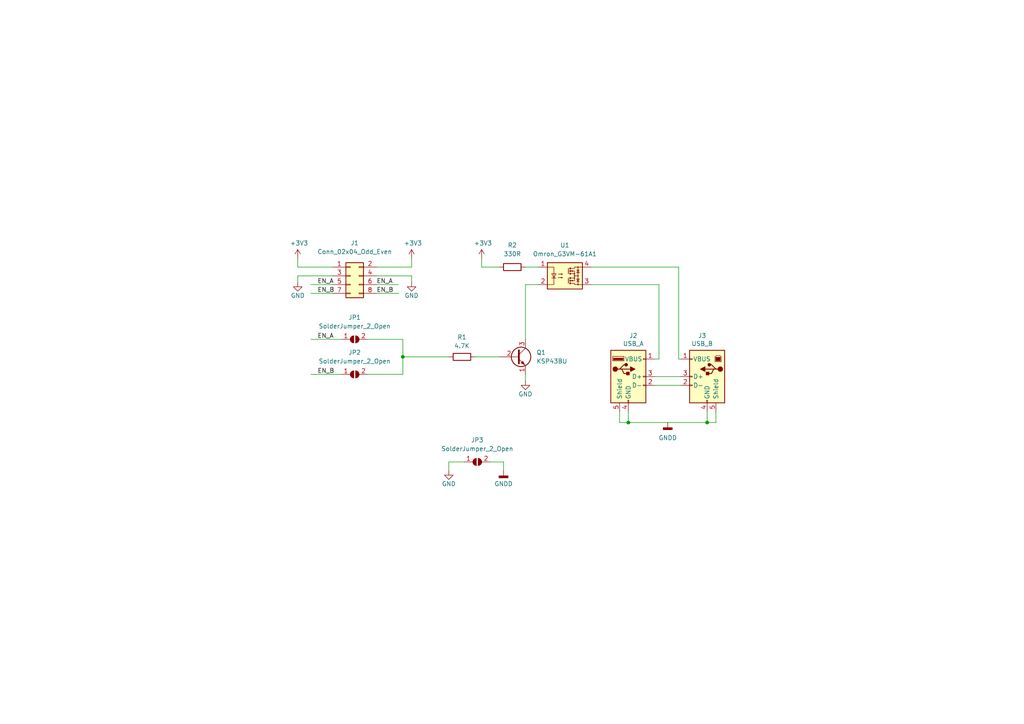
<source format=kicad_sch>
(kicad_sch (version 20211123) (generator eeschema)
  (paper "A4")
  (title_block (title "USB Passthrough Enable/Disable board"))
  (lib_symbols
    (symbol "Connector:USB_A" (pin_names (offset 1.016))
      (property "Reference" "J" (at -5.08 11.43 0))
      (property "Value" "USB_A" (at -5.08 8.89 0))
      (symbol "USB_A_0_1"
        (rectangle (start -5.08 -7.62) (end 5.08 7.62) (stroke (width 0.254)) (fill (type background)))
        (circle (center -3.81 2.159) (radius 0.635) (stroke (width 0.254)) (fill (type outline)))
        (rectangle (start -1.524 4.826) (end -4.318 5.334) (fill (type outline)))
        (rectangle (start -1.27 4.572) (end -4.572 5.842))
        (circle (center -0.635 3.429) (radius 0.381) (stroke (width 0.254)) (fill (type outline)))
        (rectangle (start -0.127 -7.62) (end 0.127 -6.858))
        (polyline (pts (xy -3.175 2.159) (xy -2.54 2.159) (xy -1.27 3.429) (xy -0.635 3.429)) (stroke (width 0.254)))
        (polyline (pts (xy -2.54 2.159) (xy -1.905 2.159) (xy -1.27 0.889) (xy 0 0.889)) (stroke (width 0.254)))
        (polyline (pts (xy 0.635 2.794) (xy 0.635 1.524) (xy 1.905 2.159) (xy 0.635 2.794)) (stroke (width 0.254)) (fill (type outline)))
        (rectangle (start 0.254 1.27) (end -0.508 0.508) (stroke (width 0.254)) (fill (type outline)))
        (rectangle (start 5.08 -2.667) (end 4.318 -2.413))
        (rectangle (start 5.08 -0.127) (end 4.318 0.127))
        (rectangle (start 5.08 4.953) (end 4.318 5.207))
      )
      (symbol "USB_A_1_1"
        (polyline (pts (xy -1.905 2.159) (xy 0.635 2.159)) (stroke (width 0.254)))
        (pin power_in line (at 7.62 5.08 180) (length 2.54) (name "VBUS") (number "1"))
        (pin bidirectional line (at 7.62 -2.54 180) (length 2.54) (name "D-") (number "2"))
        (pin bidirectional line (at 7.62 0 180) (length 2.54) (name "D+") (number "3"))
        (pin power_in line (at 0 -10.16 90) (length 2.54) (name "GND") (number "4"))
        (pin passive line (at -2.54 -10.16 90) (length 2.54) (name "Shield") (number "5"))
      )
    )
    (symbol "Connector:USB_B" (pin_names (offset 1.016))
      (property "Reference" "J" (at -5.08 11.43 0))
      (property "Value" "USB_B" (at -5.08 8.89 0))
      (symbol "USB_B_0_1"
        (rectangle (start -5.08 -7.62) (end 5.08 7.62) (stroke (width 0.254)) (fill (type background)))
        (circle (center -3.81 2.159) (radius 0.635) (stroke (width 0.254)) (fill (type outline)))
        (rectangle (start -3.81 5.588) (end -2.54 4.572) (fill (type outline)))
        (circle (center -0.635 3.429) (radius 0.381) (stroke (width 0.254)) (fill (type outline)))
        (rectangle (start -0.127 -7.62) (end 0.127 -6.858))
        (polyline (pts (xy -1.905 2.159) (xy 0.635 2.159)) (stroke (width 0.254)))
        (polyline (pts (xy -3.175 2.159) (xy -2.54 2.159) (xy -1.27 3.429) (xy -0.635 3.429)) (stroke (width 0.254)))
        (polyline (pts (xy -2.54 2.159) (xy -1.905 2.159) (xy -1.27 0.889) (xy 0 0.889)) (stroke (width 0.254)))
        (polyline (pts (xy 0.635 2.794) (xy 0.635 1.524) (xy 1.905 2.159) (xy 0.635 2.794)) (stroke (width 0.254)) (fill (type outline)))
        (polyline (pts (xy -4.064 4.318) (xy -2.286 4.318) (xy -2.286 5.715) (xy -2.667 6.096) (xy -3.683 6.096) (xy -4.064 5.715) (xy -4.064 4.318)))
        (rectangle (start 0.254 1.27) (end -0.508 0.508) (stroke (width 0.254)) (fill (type outline)))
        (rectangle (start 5.08 -2.667) (end 4.318 -2.413))
        (rectangle (start 5.08 -0.127) (end 4.318 0.127))
        (rectangle (start 5.08 4.953) (end 4.318 5.207))
      )
      (symbol "USB_B_1_1"
        (pin power_out line (at 7.62 5.08 180) (length 2.54) (name "VBUS") (number "1"))
        (pin bidirectional line (at 7.62 -2.54 180) (length 2.54) (name "D-") (number "2"))
        (pin bidirectional line (at 7.62 0 180) (length 2.54) (name "D+") (number "3"))
        (pin power_out line (at 0 -10.16 90) (length 2.54) (name "GND") (number "4"))
        (pin passive line (at -2.54 -10.16 90) (length 2.54) (name "Shield") (number "5"))
      )
    )
    (symbol "Connector_Generic:Conn_02x04_Odd_Even" (pin_names (offset 1.016) hide)
      (property "Reference" "J" (at 1.27 5.08 0))
      (property "Value" "Conn_02x04_Odd_Even" (at 1.27 -7.62 0))
      (symbol "Conn_02x04_Odd_Even_1_1"
        (rectangle (start -1.27 -4.953) (end 0 -5.207) (stroke (width 0.1524)))
        (rectangle (start -1.27 -2.413) (end 0 -2.667) (stroke (width 0.1524)))
        (rectangle (start -1.27 0.127) (end 0 -0.127) (stroke (width 0.1524)))
        (rectangle (start -1.27 2.667) (end 0 2.413) (stroke (width 0.1524)))
        (rectangle (start -1.27 3.81) (end 3.81 -6.35) (stroke (width 0.254)) (fill (type background)))
        (rectangle (start 3.81 -4.953) (end 2.54 -5.207) (stroke (width 0.1524)))
        (rectangle (start 3.81 -2.413) (end 2.54 -2.667) (stroke (width 0.1524)))
        (rectangle (start 3.81 0.127) (end 2.54 -0.127) (stroke (width 0.1524)))
        (rectangle (start 3.81 2.667) (end 2.54 2.413) (stroke (width 0.1524)))
        (pin passive line (at -5.08 2.54 0) (length 3.81) (name "Pin_1") (number "1"))
        (pin passive line (at 7.62 2.54 180) (length 3.81) (name "Pin_2") (number "2"))
        (pin passive line (at -5.08 0 0) (length 3.81) (name "Pin_3") (number "3"))
        (pin passive line (at 7.62 0 180) (length 3.81) (name "Pin_4") (number "4"))
        (pin passive line (at -5.08 -2.54 0) (length 3.81) (name "Pin_5") (number "5"))
        (pin passive line (at 7.62 -2.54 180) (length 3.81) (name "Pin_6") (number "6"))
        (pin passive line (at -5.08 -5.08 0) (length 3.81) (name "Pin_7") (number "7"))
        (pin passive line (at 7.62 -5.08 180) (length 3.81) (name "Pin_8") (number "8"))
      )
    )
    (symbol "Device:Q_NPN_EBC" (pin_names (offset 0) hide)
      (property "Reference" "Q" (at 5.08 1.27 0))
      (property "Value" "Q_NPN_EBC" (at 5.08 -1.27 0))
      (symbol "Q_NPN_EBC_0_1"
        (polyline (pts (xy 0.635 0.635) (xy 2.54 2.54)))
        (polyline (pts (xy 0.635 -0.635) (xy 2.54 -2.54) (xy 2.54 -2.54)))
        (polyline (pts (xy 0.635 1.905) (xy 0.635 -1.905) (xy 0.635 -1.905)) (stroke (width 0.508)))
        (polyline (pts (xy 1.27 -1.778) (xy 1.778 -1.27) (xy 2.286 -2.286) (xy 1.27 -1.778) (xy 1.27 -1.778)) (fill (type outline)))
        (circle (center 1.27 0) (radius 2.8194) (stroke (width 0.254)))
      )
      (symbol "Q_NPN_EBC_1_1"
        (pin passive line (at 2.54 -5.08 90) (length 2.54) (name "E") (number "1"))
        (pin passive line (at -5.08 0 0) (length 5.715) (name "B") (number "2"))
        (pin passive line (at 2.54 5.08 270) (length 2.54) (name "C") (number "3"))
      )
    )
    (symbol "Device:R" (pin_numbers hide) (pin_names (offset 0))
      (property "Reference" "R" (at 2.032 0 90))
      (property "Value" "R" (at 0 0 90))
      (symbol "R_0_1"
        (rectangle (start -1.016 -2.54) (end 1.016 2.54) (stroke (width 0.254)))
      )
      (symbol "R_1_1"
        (pin passive line (at 0 3.81 270) (length 1.27) (name "~") (number "1"))
        (pin passive line (at 0 -3.81 90) (length 1.27) (name "~") (number "2"))
      )
    )
    (symbol "Jumper:SolderJumper_2_Open" (pin_names (offset 0) hide)
      (property "Reference" "JP" (at 0 2.032 0))
      (property "Value" "SolderJumper_2_Open" (at 0 -2.54 0))
      (symbol "SolderJumper_2_Open_0_1"
        (arc (start -0.254 1.016) (mid -1.27 0) (end -0.254 -1.016))
        (arc (start -0.254 1.016) (mid -1.27 0) (end -0.254 -1.016) (fill (type outline)))
        (polyline (pts (xy -0.254 1.016) (xy -0.254 -1.016)))
        (polyline (pts (xy 0.254 1.016) (xy 0.254 -1.016)))
        (arc (start 0.254 -1.016) (mid 1.27 0) (end 0.254 1.016))
        (arc (start 0.254 -1.016) (mid 1.27 0) (end 0.254 1.016) (fill (type outline)))
      )
      (symbol "SolderJumper_2_Open_1_1"
        (pin passive line (at -3.81 0 0) (length 2.54) (name "A") (number "1"))
        (pin passive line (at 3.81 0 180) (length 2.54) (name "B") (number "2"))
      )
    )
    (symbol "Relay_SolidState:Omron_G3VM-61A1"
      (property "Reference" "U" (at -5.08 5.08 0))
      (property "Value" "Omron_G3VM-61A1" (at 0 5.08 0))
      (symbol "Omron_G3VM-61A1_0_1"
        (rectangle (start -5.08 3.81) (end 5.08 -3.81) (stroke (width 0.254)) (fill (type background)))
        (polyline (pts (xy -3.81 -0.635) (xy -2.54 -0.635)))
        (polyline (pts (xy 1.016 -0.635) (xy 1.016 -2.159)) (stroke (width 0.2032)))
        (polyline (pts (xy 1.016 2.159) (xy 1.016 0.635)) (stroke (width 0.2032)))
        (polyline (pts (xy 1.524 -0.508) (xy 1.524 -0.762)) (stroke (width 0.3556)))
        (polyline (pts (xy 2.794 0) (xy 3.81 0)))
        (polyline (pts (xy 3.429 -1.651) (xy 4.191 -1.651)))
        (polyline (pts (xy 3.429 1.651) (xy 4.191 1.651)))
        (polyline (pts (xy 3.81 -2.54) (xy 3.81 2.54)))
        (polyline (pts (xy 1.524 -2.032) (xy 1.524 -2.286) (xy 1.524 -2.286)) (stroke (width 0.3556)))
        (polyline (pts (xy 1.524 -1.27) (xy 1.524 -1.524) (xy 1.524 -1.524)) (stroke (width 0.3556)))
        (polyline (pts (xy 1.524 0.762) (xy 1.524 0.508) (xy 1.524 0.508)) (stroke (width 0.3556)))
        (polyline (pts (xy 1.524 1.524) (xy 1.524 1.27) (xy 1.524 1.27)) (stroke (width 0.3556)))
        (polyline (pts (xy 1.524 2.286) (xy 1.524 2.032) (xy 1.524 2.032)) (stroke (width 0.3556)))
        (polyline (pts (xy 1.651 -1.397) (xy 2.794 -1.397) (xy 2.794 -0.635)))
        (polyline (pts (xy 1.651 1.397) (xy 2.794 1.397) (xy 2.794 0.635)))
        (polyline (pts (xy -5.08 2.54) (xy -3.175 2.54) (xy -3.175 -2.54) (xy -5.08 -2.54)))
        (polyline (pts (xy -3.175 -0.635) (xy -3.81 0.635) (xy -2.54 0.635) (xy -3.175 -0.635)))
        (polyline (pts (xy 1.651 -2.159) (xy 2.794 -2.159) (xy 2.794 -2.54) (xy 5.08 -2.54)))
        (polyline (pts (xy 1.651 -0.635) (xy 2.794 -0.635) (xy 2.794 0.635) (xy 1.651 0.635)))
        (polyline (pts (xy 1.651 2.159) (xy 2.794 2.159) (xy 2.794 2.54) (xy 5.08 2.54)))
        (polyline (pts (xy 1.778 -1.397) (xy 2.286 -1.27) (xy 2.286 -1.524) (xy 1.778 -1.397)))
        (polyline (pts (xy 1.778 1.397) (xy 2.286 1.524) (xy 2.286 1.27) (xy 1.778 1.397)))
        (polyline (pts (xy 3.81 -1.651) (xy 3.429 -0.889) (xy 4.191 -0.889) (xy 3.81 -1.651)))
        (polyline (pts (xy 3.81 1.651) (xy 3.429 0.889) (xy 4.191 0.889) (xy 3.81 1.651)))
        (polyline (pts (xy -1.905 -0.508) (xy -0.635 -0.508) (xy -1.016 -0.635) (xy -1.016 -0.381) (xy -0.635 -0.508)))
        (polyline (pts (xy -1.905 0.508) (xy -0.635 0.508) (xy -1.016 0.381) (xy -1.016 0.635) (xy -0.635 0.508)))
        (circle (center 2.794 -0.635) (radius 0.127))
        (circle (center 2.794 0) (radius 0.127))
        (circle (center 2.794 0.635) (radius 0.127))
        (circle (center 3.81 -2.54) (radius 0.127))
        (circle (center 3.81 0) (radius 0.127))
        (circle (center 3.81 2.54) (radius 0.127))
      )
      (symbol "Omron_G3VM-61A1_1_1"
        (pin passive line (at -7.62 2.54 0) (length 2.54) (name "~") (number "1"))
        (pin passive line (at -7.62 -2.54 0) (length 2.54) (name "~") (number "2"))
        (pin passive line (at 7.62 -2.54 180) (length 2.54) (name "~") (number "3"))
        (pin passive line (at 7.62 2.54 180) (length 2.54) (name "~") (number "4"))
      )
    )
    (symbol "power:+3.3V" (power) (pin_names (offset 0))
      (property "Value" "+3.3V" (at 0 3.556 0))
      (symbol "+3.3V_0_1"
        (polyline (pts (xy -0.762 1.27) (xy 0 2.54)))
        (polyline (pts (xy 0 0) (xy 0 2.54)))
        (polyline (pts (xy 0 2.54) (xy 0.762 1.27)))
      )
      (symbol "+3.3V_1_1"
        (pin power_in line (at 0 0 90) (length 0) hide (name "+3V3") (number "1"))
      )
    )
    (symbol "power:GND" (power) (pin_names (offset 0))
      (property "Value" "GND" (at 0 -3.81 0))
      (symbol "GND_0_1"
        (polyline (pts (xy 0 0) (xy 0 -1.27) (xy 1.27 -1.27) (xy 0 -2.54) (xy -1.27 -1.27) (xy 0 -1.27)))
      )
      (symbol "GND_1_1"
        (pin power_in line (at 0 0 270) (length 0) hide (name "GND") (number "1"))
      )
    )
    (symbol "power:GNDD" (power) (pin_names (offset 0))
      (property "Value" "GNDD" (at 0 -3.175 0))
      (symbol "GNDD_0_1"
        (rectangle (start -1.27 -1.524) (end 1.27 -2.032) (stroke (width 0.254)) (fill (type outline)))
        (polyline (pts (xy 0 0) (xy 0 -1.524)))
      )
      (symbol "GNDD_1_1"
        (pin power_in line (at 0 0 270) (length 0) hide (name "GNDD") (number "1"))
      )
    )
  )
  (junction (at 182.245 122.555))
  (junction (at 116.84 103.505))
  (junction (at 205.105 122.555))
  (wire (pts (xy 191.135 82.55) (xy 191.135 104.14)))
  (wire (pts (xy 139.7 77.47) (xy 144.78 77.47)))
  (wire (pts (xy 90.17 98.425) (xy 99.06 98.425)))
  (wire (pts (xy 179.705 122.555) (xy 182.245 122.555)))
  (wire (pts (xy 152.4 82.55) (xy 152.4 98.425)))
  (wire (pts (xy 196.85 77.47) (xy 196.85 104.14)))
  (wire (pts (xy 152.4 77.47) (xy 156.21 77.47)))
  (wire (pts (xy 171.45 77.47) (xy 196.85 77.47)))
  (wire (pts (xy 205.105 122.555) (xy 207.645 122.555)))
  (wire (pts (xy 90.17 108.585) (xy 99.06 108.585)))
  (wire (pts (xy 86.36 74.93) (xy 86.36 77.47)))
  (wire (pts (xy 116.84 98.425) (xy 116.84 103.505)))
  (wire (pts (xy 142.24 133.985) (xy 146.05 133.985)))
  (wire (pts (xy 90.17 85.09) (xy 96.52 85.09)))
  (wire (pts (xy 109.22 82.55) (xy 115.57 82.55)))
  (wire (pts (xy 86.36 80.01) (xy 86.36 81.915)))
  (wire (pts (xy 109.22 85.09) (xy 115.57 85.09)))
  (wire (pts (xy 182.245 122.555) (xy 205.105 122.555)))
  (wire (pts (xy 152.4 82.55) (xy 156.21 82.55)))
  (wire (pts (xy 116.84 108.585) (xy 106.68 108.585)))
  (wire (pts (xy 189.865 111.76) (xy 197.485 111.76)))
  (wire (pts (xy 86.36 77.47) (xy 96.52 77.47)))
  (wire (pts (xy 197.485 104.14) (xy 196.85 104.14)))
  (wire (pts (xy 207.645 119.38) (xy 207.645 122.555)))
  (wire (pts (xy 189.865 109.22) (xy 197.485 109.22)))
  (wire (pts (xy 130.175 103.505) (xy 116.84 103.505)))
  (wire (pts (xy 109.22 77.47) (xy 119.38 77.47)))
  (wire (pts (xy 119.38 80.01) (xy 119.38 81.915)))
  (wire (pts (xy 179.705 119.38) (xy 179.705 122.555)))
  (wire (pts (xy 189.865 104.14) (xy 191.135 104.14)))
  (wire (pts (xy 96.52 80.01) (xy 86.36 80.01)))
  (wire (pts (xy 146.05 133.985) (xy 146.05 136.525)))
  (wire (pts (xy 119.38 74.93) (xy 119.38 77.47)))
  (wire (pts (xy 134.62 133.985) (xy 130.175 133.985)))
  (wire (pts (xy 137.795 103.505) (xy 144.78 103.505)))
  (wire (pts (xy 130.175 133.985) (xy 130.175 136.525)))
  (wire (pts (xy 205.105 119.38) (xy 205.105 122.555)))
  (wire (pts (xy 152.4 108.585) (xy 152.4 110.49)))
  (wire (pts (xy 106.68 98.425) (xy 116.84 98.425)))
  (wire (pts (xy 90.17 82.55) (xy 96.52 82.55)))
  (wire (pts (xy 182.245 119.38) (xy 182.245 122.555)))
  (wire (pts (xy 139.7 74.93) (xy 139.7 77.47)))
  (wire (pts (xy 116.84 103.505) (xy 116.84 108.585)))
  (wire (pts (xy 171.45 82.55) (xy 191.135 82.55)))
  (wire (pts (xy 109.22 80.01) (xy 119.38 80.01)))
  (label "EN_B" (at 109.22 85.09 0))
  (label "EN_A" (at 92.075 98.425 0))
  (label "EN_A" (at 109.22 82.55 0))
  (label "EN_B" (at 92.075 108.585 0))
  (label "EN_B" (at 92.075 85.09 0))
  (label "EN_A" (at 92.075 82.55 0))
  (symbol (lib_id "power:GND") (at 130.175 136.525 0) (unit 1)
    (property "Reference" "#PWR05" (effects hide))
    (property "Value" "GND" (at 130.175 140.335 0))
  )
  (symbol (lib_id "power:GND") (at 86.36 81.915 0) (unit 1)
    (property "Reference" "#PWR02" (effects hide))
    (property "Value" "GND" (at 86.36 85.725 0))
  )
  (symbol (lib_id "power:GNDD") (at 146.05 136.525 0) (unit 1)
    (property "Reference" "#PWR07" (effects hide))
    (property "Value" "GNDD" (at 146.05 140.335 0))
  )
  (symbol (lib_id "Connector_Generic:Conn_02x04_Odd_Even") (at 101.6 80.01 0) (unit 1)
    (property "Reference" "J1" (at 102.87 70.485 0))
    (property "Value" "Conn_02x04_Odd_Even" (at 102.87 73.025 0))
    (property "Footprint" "Connector_PinHeader_2.54mm:PinHeader_2x04_P2.54mm_Vertical" (effects hide))
  )
  (symbol (lib_id "Jumper:SolderJumper_2_Open") (at 102.87 108.585 0) (unit 1)
    (property "Reference" "JP2" (at 102.87 102.235 0))
    (property "Value" "SolderJumper_2_Open" (at 102.87 104.775 0))
    (property "Footprint" "Jumper:SolderJumper-2_P1.3mm_Open_RoundedPad1.0x1.5mm" (effects hide))
  )
  (symbol (lib_id "Device:R") (at 133.985 103.505 270) (unit 1)
    (property "Reference" "R1" (at 133.985 97.79 90))
    (property "Value" "4.7K" (at 133.985 100.33 90))
    (property "Footprint" "Resistor_THT:R_Axial_DIN0207_L6.3mm_D2.5mm_P10.16mm_Horizontal" (effects hide))
  )
  (symbol (lib_id "power:+3.3V") (at 119.38 74.93 0) (unit 1)
    (property "Reference" "#PWR03" (effects hide))
    (property "Value" "+3.3V" (at 119.761 70.5358 0))
  )
  (symbol (lib_id "Connector:USB_B") (at 205.105 109.22 0) (mirror y) (unit 1)
    (property "Reference" "J3" (at 203.6572 97.3582 0))
    (property "Value" "USB_B" (at 203.6572 99.6696 0))
    (property "Footprint" "Connector_USB:USB_B_ASSMANN_A-USBSB" (effects hide))
    (property "Datasheet" " ~" (effects hide))
  )
  (symbol (lib_id "Jumper:SolderJumper_2_Open") (at 138.43 133.985 0) (unit 1)
    (property "Reference" "JP3" (at 138.43 127.635 0))
    (property "Value" "SolderJumper_2_Open" (at 138.43 130.175 0))
    (property "Footprint" "Jumper:SolderJumper-2_P1.3mm_Open_RoundedPad1.0x1.5mm" (effects hide))
  )
  (symbol (lib_id "Connector:USB_A") (at 182.245 109.22 0) (unit 1)
    (property "Reference" "J2" (at 183.6928 97.3582 0))
    (property "Value" "USB_A" (at 183.6928 99.6696 0))
    (property "Footprint" "Connector_USB:USB_A_ASSMANN_A-USB-E-R" (effects hide))
    (property "Datasheet" " ~" (effects hide))
  )
  (symbol (lib_id "power:+3.3V") (at 86.36 74.93 0) (unit 1)
    (property "Reference" "#PWR01" (effects hide))
    (property "Value" "+3.3V" (at 86.741 70.5358 0))
  )
  (symbol (lib_id "power:+3.3V") (at 139.7 74.93 0) (unit 1)
    (property "Reference" "#PWR06" (effects hide))
    (property "Value" "+3.3V" (at 140.081 70.5358 0))
  )
  (symbol (lib_id "Device:R") (at 148.59 77.47 90) (unit 1)
    (property "Reference" "R2" (at 148.59 71.12 90))
    (property "Value" "330R" (at 148.59 73.66 90))
    (property "Footprint" "Resistor_THT:R_Axial_DIN0207_L6.3mm_D2.5mm_P10.16mm_Horizontal" (effects hide))
  )
  (symbol (lib_id "Jumper:SolderJumper_2_Open") (at 102.87 98.425 0) (unit 1)
    (property "Reference" "JP1" (at 102.87 92.075 0))
    (property "Value" "SolderJumper_2_Open" (at 102.87 94.615 0))
    (property "Footprint" "Jumper:SolderJumper-2_P1.3mm_Open_RoundedPad1.0x1.5mm" (effects hide))
  )
  (symbol (lib_id "power:GNDD") (at 193.675 122.555 0) (unit 1)
    (property "Reference" "#PWR09" (effects hide))
    (property "Value" "GNDD" (at 193.675 127 0))
  )
  (symbol (lib_id "Relay_SolidState:Omron_G3VM-61A1") (at 163.83 80.01 0) (unit 1)
    (property "Reference" "U1" (at 163.83 71.12 0))
    (property "Value" "Omron_G3VM-61A1" (at 163.83 73.66 0))
    (property "Footprint" "Package_DIP:DIP-4_W7.62mm" (effects hide))
  )
  (symbol (lib_id "power:GND") (at 152.4 110.49 0) (unit 1)
    (property "Reference" "#PWR08" (effects hide))
    (property "Value" "GND" (at 152.4 114.3 0))
  )
  (symbol (lib_id "Device:Q_NPN_EBC") (at 149.86 103.505 0) (unit 1)
    (property "Reference" "Q1" (at 155.575 102.235 0) (effects (justify left)))
    (property "Value" "KSP43BU" (at 155.575 104.775 0) (effects (justify left)))
    (property "Footprint" "Package_TO_SOT_THT:TO-92_Inline" (effects hide))
  )
  (symbol (lib_id "power:GND") (at 119.38 81.915 0) (unit 1)
    (property "Reference" "#PWR04" (effects hide))
    (property "Value" "GND" (at 119.38 85.725 0))
  )
)
</source>
